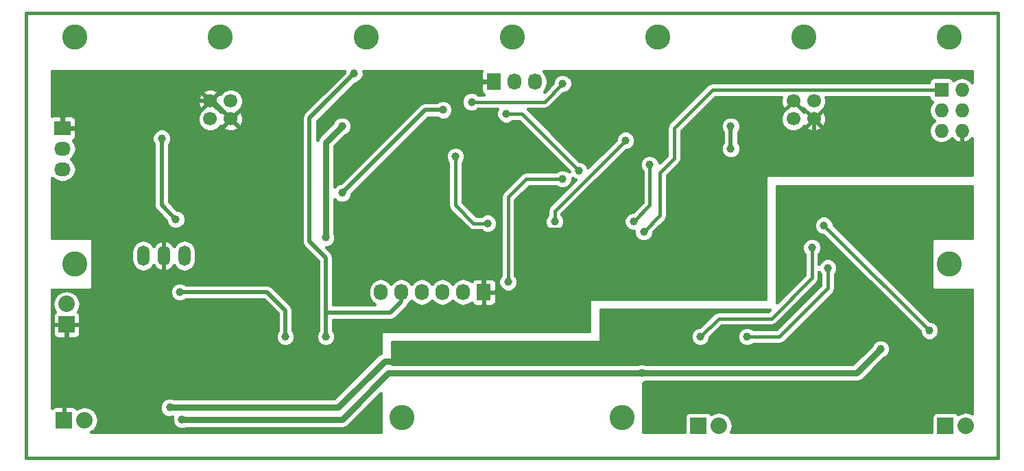
<source format=gbr>
G04 #@! TF.FileFunction,Copper,L2,Bot,Signal*
%FSLAX46Y46*%
G04 Gerber Fmt 4.6, Leading zero omitted, Abs format (unit mm)*
G04 Created by KiCad (PCBNEW 4.0.2+dfsg1-stable) date Die 18 Okt 2016 18:09:58 CEST*
%MOMM*%
G01*
G04 APERTURE LIST*
%ADD10C,0.100000*%
%ADD11R,2.032000X2.032000*%
%ADD12O,2.032000X2.032000*%
%ADD13R,1.727200X2.032000*%
%ADD14O,1.727200X2.032000*%
%ADD15R,2.032000X1.727200*%
%ADD16O,2.032000X1.727200*%
%ADD17R,1.727200X1.727200*%
%ADD18O,1.727200X1.727200*%
%ADD19O,1.501140X2.499360*%
%ADD20C,3.100000*%
%ADD21C,1.700000*%
%ADD22C,1.000000*%
%ADD23C,0.400000*%
%ADD24C,0.800000*%
%ADD25C,0.500000*%
G04 APERTURE END LIST*
D10*
D11*
X54700000Y-100300000D03*
D12*
X57240000Y-100300000D03*
D13*
X107750000Y-58500000D03*
D14*
X110290000Y-58500000D03*
X112830000Y-58500000D03*
D15*
X54500000Y-64250000D03*
D16*
X54500000Y-66790000D03*
X54500000Y-69330000D03*
D11*
X133000000Y-101000000D03*
D12*
X135540000Y-101000000D03*
D11*
X163500000Y-101000000D03*
D12*
X166040000Y-101000000D03*
D17*
X163000000Y-59500000D03*
D18*
X165540000Y-59500000D03*
X163000000Y-62040000D03*
X165540000Y-62040000D03*
X163000000Y-64580000D03*
X165540000Y-64580000D03*
D11*
X55000000Y-88500000D03*
D12*
X55000000Y-85960000D03*
D19*
X67000000Y-80000000D03*
X69540000Y-80000000D03*
X64460000Y-80000000D03*
D20*
X164000000Y-81000000D03*
X56000000Y-81000000D03*
X56000000Y-53000000D03*
X74000000Y-53000000D03*
X92000000Y-53000000D03*
X110000000Y-53000000D03*
X128000000Y-53000000D03*
X146000000Y-53000000D03*
X164000000Y-53000000D03*
D21*
X72730000Y-63105000D03*
X72730000Y-60895000D03*
X75270000Y-63105000D03*
X75270000Y-60895000D03*
X144730000Y-63105000D03*
X144730000Y-60895000D03*
X147270000Y-63105000D03*
X147270000Y-60895000D03*
D20*
X96400000Y-100000000D03*
X123600000Y-100000000D03*
D13*
X106500000Y-84500000D03*
D14*
X103960000Y-84500000D03*
X101420000Y-84500000D03*
X98880000Y-84500000D03*
X96340000Y-84500000D03*
X93800000Y-84500000D03*
D22*
X87000000Y-77750000D03*
X89000000Y-64000000D03*
X126000000Y-94500000D03*
X155500000Y-91500000D03*
X69250000Y-100250000D03*
X127000000Y-61750000D03*
X64750000Y-70750000D03*
X144000000Y-69750000D03*
X114750000Y-72250000D03*
X119250000Y-74500000D03*
X112250000Y-72250000D03*
X117000000Y-76750000D03*
X118500000Y-86250000D03*
X93000000Y-71000000D03*
X89000000Y-60750000D03*
X70750000Y-88250000D03*
X76500000Y-86500000D03*
X66750000Y-65500000D03*
X68500000Y-75500000D03*
X89000000Y-72250000D03*
X101500000Y-62000000D03*
X137000000Y-66750000D03*
X137000000Y-64000000D03*
X90500000Y-57500000D03*
X82000000Y-90000000D03*
X69000000Y-84500000D03*
X87000000Y-90000000D03*
X121500000Y-93000000D03*
X153750000Y-85500000D03*
X133500000Y-93000000D03*
X141750000Y-93000000D03*
X67750000Y-98750000D03*
X126250000Y-77000000D03*
X127000000Y-68750000D03*
X125000000Y-75750000D03*
X116250000Y-58750000D03*
X105000000Y-61000000D03*
X107000000Y-76000000D03*
X103000000Y-67750000D03*
X149000000Y-81500000D03*
X139000000Y-90000000D03*
X147000000Y-79000000D03*
X133250000Y-90000000D03*
X161500000Y-89250000D03*
X148500000Y-76250000D03*
X118250000Y-69500000D03*
X109250000Y-62500000D03*
X115250000Y-75750000D03*
X124000000Y-65750000D03*
X116250000Y-70500000D03*
X109500000Y-83250000D03*
D23*
X50000000Y-50000000D02*
X50000000Y-105000000D01*
X170000000Y-50000000D02*
X50000000Y-50000000D01*
X170000000Y-105000000D02*
X170000000Y-50000000D01*
X50000000Y-105000000D02*
X170000000Y-105000000D01*
D24*
X87000000Y-67250000D02*
X87000000Y-66250000D01*
X87000000Y-77750000D02*
X87000000Y-67250000D01*
X87000000Y-66000000D02*
X87000000Y-66250000D01*
X89000000Y-64000000D02*
X87000000Y-66000000D01*
X128750000Y-94500000D02*
X152500000Y-94500000D01*
X126000000Y-94500000D02*
X128750000Y-94500000D01*
X152500000Y-94500000D02*
X155500000Y-91500000D01*
X89000000Y-100250000D02*
X94750000Y-94500000D01*
X88750000Y-100250000D02*
X89000000Y-100250000D01*
X88750000Y-100250000D02*
X69250000Y-100250000D01*
X94750000Y-94500000D02*
X126000000Y-94500000D01*
D25*
X106500000Y-84500000D02*
X106500000Y-79500000D01*
X104000000Y-77000000D02*
X99000000Y-77000000D01*
X106500000Y-79500000D02*
X104000000Y-77000000D01*
X125250000Y-68500000D02*
X119250000Y-74500000D01*
X125250000Y-63500000D02*
X125250000Y-68500000D01*
X127000000Y-61750000D02*
X125250000Y-63500000D01*
X114500000Y-76750000D02*
X113500000Y-76750000D01*
X112250000Y-75500000D02*
X112250000Y-74500000D01*
X113500000Y-76750000D02*
X112250000Y-75500000D01*
X147270000Y-63105000D02*
X147270000Y-66480000D01*
X147270000Y-66480000D02*
X144000000Y-69750000D01*
X112250000Y-72250000D02*
X114750000Y-72250000D01*
X117000000Y-76750000D02*
X119250000Y-74500000D01*
X117000000Y-76750000D02*
X114500000Y-76750000D01*
X112250000Y-74500000D02*
X112250000Y-72250000D01*
X117500000Y-77250000D02*
X117000000Y-76750000D01*
X117500000Y-85250000D02*
X117500000Y-77250000D01*
X118500000Y-86250000D02*
X117500000Y-85250000D01*
X99000000Y-77000000D02*
X93000000Y-71000000D01*
X107750000Y-58500000D02*
X91250000Y-58500000D01*
X91250000Y-58500000D02*
X89000000Y-60750000D01*
X72730000Y-60895000D02*
X73060000Y-60895000D01*
X73060000Y-60895000D02*
X75270000Y-63105000D01*
X72730000Y-60895000D02*
X67105000Y-60895000D01*
X64750000Y-63250000D02*
X64750000Y-66500000D01*
X67105000Y-60895000D02*
X64750000Y-63250000D01*
X67000000Y-80000000D02*
X67000000Y-76750000D01*
X62500000Y-64250000D02*
X54500000Y-64250000D01*
X64750000Y-66500000D02*
X62500000Y-64250000D01*
X64750000Y-74500000D02*
X64750000Y-70750000D01*
X64750000Y-70750000D02*
X64750000Y-66500000D01*
X67000000Y-76750000D02*
X64750000Y-74500000D01*
X72500000Y-86500000D02*
X70750000Y-88250000D01*
X76500000Y-86500000D02*
X72500000Y-86500000D01*
X66750000Y-65500000D02*
X66750000Y-73750000D01*
X66750000Y-73750000D02*
X68500000Y-75500000D01*
X90250000Y-71000000D02*
X89000000Y-72250000D01*
X99250000Y-62000000D02*
X101500000Y-62000000D01*
X90250000Y-71000000D02*
X99250000Y-62000000D01*
X137000000Y-64000000D02*
X137000000Y-66750000D01*
X96340000Y-84500000D02*
X96340000Y-85660000D01*
X95000000Y-87000000D02*
X87000000Y-87000000D01*
X96340000Y-85660000D02*
X95000000Y-87000000D01*
X87000000Y-90000000D02*
X87000000Y-87000000D01*
X87000000Y-87000000D02*
X87000000Y-80250000D01*
X85000000Y-63000000D02*
X90500000Y-57500000D01*
X85000000Y-78250000D02*
X85000000Y-63000000D01*
X87000000Y-80250000D02*
X85000000Y-78250000D01*
X73500000Y-84500000D02*
X69000000Y-84500000D01*
X73500000Y-84500000D02*
X79750000Y-84500000D01*
X79750000Y-84500000D02*
X82000000Y-86750000D01*
X82000000Y-90000000D02*
X82000000Y-86750000D01*
D24*
X151000000Y-93000000D02*
X153750000Y-90250000D01*
X153750000Y-90250000D02*
X153750000Y-85500000D01*
X151000000Y-93000000D02*
X148500000Y-93000000D01*
X122500000Y-93000000D02*
X133500000Y-93000000D01*
X133500000Y-93000000D02*
X141750000Y-93000000D01*
X141750000Y-93000000D02*
X148500000Y-93000000D01*
X67750000Y-98750000D02*
X88500000Y-98750000D01*
X88500000Y-98750000D02*
X94250000Y-93000000D01*
X94250000Y-93000000D02*
X121500000Y-93000000D01*
X121500000Y-93000000D02*
X122500000Y-93000000D01*
D23*
X138500000Y-59500000D02*
X134750000Y-59500000D01*
X130000000Y-64250000D02*
X130000000Y-68000000D01*
X134750000Y-59500000D02*
X130000000Y-64250000D01*
X128250000Y-75000000D02*
X126250000Y-77000000D01*
X128250000Y-75000000D02*
X128250000Y-69750000D01*
X128250000Y-69750000D02*
X129500000Y-68500000D01*
X129500000Y-68500000D02*
X130000000Y-68000000D01*
X163000000Y-59500000D02*
X140500000Y-59500000D01*
X138500000Y-59500000D02*
X140500000Y-59500000D01*
X127000000Y-68750000D02*
X127000000Y-73750000D01*
X125000000Y-75750000D02*
X127000000Y-73750000D01*
X125000000Y-75750000D02*
X126500000Y-74250000D01*
X126000000Y-74750000D02*
X126500000Y-74250000D01*
X114000000Y-61000000D02*
X111250000Y-61000000D01*
X116250000Y-58750000D02*
X114000000Y-61000000D01*
X105000000Y-61000000D02*
X111250000Y-61000000D01*
X107000000Y-76000000D02*
X105250000Y-76000000D01*
X105250000Y-76000000D02*
X103000000Y-73750000D01*
X103000000Y-73750000D02*
X103000000Y-67750000D01*
X148250000Y-84750000D02*
X149000000Y-84000000D01*
X149000000Y-84000000D02*
X149000000Y-81500000D01*
X141500000Y-90000000D02*
X143000000Y-90000000D01*
X143000000Y-90000000D02*
X148250000Y-84750000D01*
X141500000Y-90000000D02*
X139000000Y-90000000D01*
X135500000Y-87750000D02*
X133250000Y-90000000D01*
X142000000Y-87750000D02*
X135500000Y-87750000D01*
X147000000Y-82750000D02*
X142000000Y-87750000D01*
X147000000Y-82750000D02*
X147000000Y-79000000D01*
X148500000Y-76250000D02*
X149500000Y-77250000D01*
X161500000Y-89250000D02*
X149500000Y-77250000D01*
X111250000Y-62500000D02*
X109250000Y-62500000D01*
X111250000Y-62500000D02*
X118250000Y-69500000D01*
X115250000Y-75750000D02*
X115250000Y-74500000D01*
X115250000Y-74500000D02*
X124000000Y-65750000D01*
X111750000Y-70500000D02*
X116250000Y-70500000D01*
X109500000Y-72750000D02*
X111750000Y-70500000D01*
X109500000Y-77500000D02*
X109500000Y-72750000D01*
X109500000Y-83250000D02*
X109500000Y-77500000D01*
G36*
X89292210Y-57258660D02*
X89292128Y-57353055D01*
X84322592Y-62322592D01*
X84114923Y-62633389D01*
X84042000Y-63000000D01*
X84042000Y-78250000D01*
X84114923Y-78616611D01*
X84322592Y-78927408D01*
X86042000Y-80646816D01*
X86042000Y-89249449D01*
X85976505Y-89314830D01*
X85792210Y-89758660D01*
X85791791Y-90239232D01*
X85975310Y-90683383D01*
X86314830Y-91023495D01*
X86758660Y-91207790D01*
X87239232Y-91208209D01*
X87683383Y-91024690D01*
X88023495Y-90685170D01*
X88207790Y-90241340D01*
X88208209Y-89760768D01*
X88024690Y-89316617D01*
X87958000Y-89249811D01*
X87958000Y-87958000D01*
X95000000Y-87958000D01*
X95366611Y-87885077D01*
X95677408Y-87677408D01*
X97017408Y-86337408D01*
X97225077Y-86026611D01*
X97242970Y-85936659D01*
X97451289Y-85797464D01*
X97610000Y-85559936D01*
X97768711Y-85797464D01*
X98278575Y-86138144D01*
X98880000Y-86257775D01*
X99481425Y-86138144D01*
X99991289Y-85797464D01*
X100150000Y-85559936D01*
X100308711Y-85797464D01*
X100818575Y-86138144D01*
X101420000Y-86257775D01*
X102021425Y-86138144D01*
X102531289Y-85797464D01*
X102690000Y-85559936D01*
X102848711Y-85797464D01*
X103358575Y-86138144D01*
X103960000Y-86257775D01*
X104561425Y-86138144D01*
X105005000Y-85841757D01*
X105036187Y-85917050D01*
X105235350Y-86116213D01*
X105495570Y-86224000D01*
X106269000Y-86224000D01*
X106446000Y-86047000D01*
X106446000Y-84554000D01*
X106554000Y-84554000D01*
X106554000Y-86047000D01*
X106731000Y-86224000D01*
X107504430Y-86224000D01*
X107764650Y-86116213D01*
X107963813Y-85917050D01*
X108071600Y-85656830D01*
X108071600Y-84731000D01*
X107894600Y-84554000D01*
X106554000Y-84554000D01*
X106446000Y-84554000D01*
X106426000Y-84554000D01*
X106426000Y-84446000D01*
X106446000Y-84446000D01*
X106446000Y-82953000D01*
X106554000Y-82953000D01*
X106554000Y-84446000D01*
X107894600Y-84446000D01*
X108071600Y-84269000D01*
X108071600Y-83343170D01*
X107963813Y-83082950D01*
X107764650Y-82883787D01*
X107504430Y-82776000D01*
X106731000Y-82776000D01*
X106554000Y-82953000D01*
X106446000Y-82953000D01*
X106269000Y-82776000D01*
X105495570Y-82776000D01*
X105235350Y-82883787D01*
X105036187Y-83082950D01*
X105005000Y-83158243D01*
X104561425Y-82861856D01*
X103960000Y-82742225D01*
X103358575Y-82861856D01*
X102848711Y-83202536D01*
X102690000Y-83440064D01*
X102531289Y-83202536D01*
X102021425Y-82861856D01*
X101420000Y-82742225D01*
X100818575Y-82861856D01*
X100308711Y-83202536D01*
X100150000Y-83440064D01*
X99991289Y-83202536D01*
X99481425Y-82861856D01*
X98880000Y-82742225D01*
X98278575Y-82861856D01*
X97768711Y-83202536D01*
X97610000Y-83440064D01*
X97451289Y-83202536D01*
X96941425Y-82861856D01*
X96340000Y-82742225D01*
X95738575Y-82861856D01*
X95228711Y-83202536D01*
X95070000Y-83440064D01*
X94911289Y-83202536D01*
X94401425Y-82861856D01*
X93800000Y-82742225D01*
X93198575Y-82861856D01*
X92688711Y-83202536D01*
X92348031Y-83712400D01*
X92228400Y-84313825D01*
X92228400Y-84686175D01*
X92348031Y-85287600D01*
X92688711Y-85797464D01*
X93054685Y-86042000D01*
X87958000Y-86042000D01*
X87958000Y-80250000D01*
X87885077Y-79883389D01*
X87677408Y-79572592D01*
X87062871Y-78958055D01*
X87239232Y-78958209D01*
X87683383Y-78774690D01*
X88023495Y-78435170D01*
X88207790Y-77991340D01*
X88208209Y-77510768D01*
X88108000Y-77268243D01*
X88108000Y-73066304D01*
X88314830Y-73273495D01*
X88758660Y-73457790D01*
X89239232Y-73458209D01*
X89683383Y-73274690D01*
X90023495Y-72935170D01*
X90207790Y-72491340D01*
X90207872Y-72396944D01*
X94615584Y-67989232D01*
X101791791Y-67989232D01*
X101975310Y-68433383D01*
X102092000Y-68550276D01*
X102092000Y-73750000D01*
X102161117Y-74097477D01*
X102357947Y-74392053D01*
X104607947Y-76642053D01*
X104902524Y-76838884D01*
X105250000Y-76908000D01*
X106199536Y-76908000D01*
X106314830Y-77023495D01*
X106758660Y-77207790D01*
X107239232Y-77208209D01*
X107683383Y-77024690D01*
X108023495Y-76685170D01*
X108207790Y-76241340D01*
X108208209Y-75760768D01*
X108024690Y-75316617D01*
X107685170Y-74976505D01*
X107241340Y-74792210D01*
X106760768Y-74791791D01*
X106316617Y-74975310D01*
X106199724Y-75092000D01*
X105626106Y-75092000D01*
X103908000Y-73373894D01*
X103908000Y-68550464D01*
X104023495Y-68435170D01*
X104207790Y-67991340D01*
X104208209Y-67510768D01*
X104024690Y-67066617D01*
X103685170Y-66726505D01*
X103241340Y-66542210D01*
X102760768Y-66541791D01*
X102316617Y-66725310D01*
X101976505Y-67064830D01*
X101792210Y-67508660D01*
X101791791Y-67989232D01*
X94615584Y-67989232D01*
X99646816Y-62958000D01*
X100749449Y-62958000D01*
X100814830Y-63023495D01*
X101258660Y-63207790D01*
X101739232Y-63208209D01*
X102183383Y-63024690D01*
X102523495Y-62685170D01*
X102707790Y-62241340D01*
X102708209Y-61760768D01*
X102524690Y-61316617D01*
X102185170Y-60976505D01*
X101741340Y-60792210D01*
X101260768Y-60791791D01*
X100816617Y-60975310D01*
X100749811Y-61042000D01*
X99250000Y-61042000D01*
X98883389Y-61114923D01*
X98572592Y-61322592D01*
X88853312Y-71041872D01*
X88760768Y-71041791D01*
X88316617Y-71225310D01*
X88108000Y-71433564D01*
X88108000Y-66458948D01*
X89442888Y-65124060D01*
X89683383Y-65024690D01*
X90023495Y-64685170D01*
X90207790Y-64241340D01*
X90208209Y-63760768D01*
X90024690Y-63316617D01*
X89685170Y-62976505D01*
X89241340Y-62792210D01*
X88760768Y-62791791D01*
X88316617Y-62975310D01*
X87976505Y-63314830D01*
X87875872Y-63557180D01*
X86216526Y-65216526D01*
X85976341Y-65575986D01*
X85976341Y-65575987D01*
X85958000Y-65668194D01*
X85958000Y-63396816D01*
X90646689Y-58708128D01*
X90739232Y-58708209D01*
X91183383Y-58524690D01*
X91523495Y-58185170D01*
X91707790Y-57741340D01*
X91708209Y-57260768D01*
X91683100Y-57200000D01*
X106237703Y-57200000D01*
X106178400Y-57343170D01*
X106178400Y-58269000D01*
X106355400Y-58446000D01*
X107696000Y-58446000D01*
X107696000Y-58426000D01*
X107804000Y-58426000D01*
X107804000Y-58446000D01*
X107824000Y-58446000D01*
X107824000Y-58554000D01*
X107804000Y-58554000D01*
X107804000Y-58574000D01*
X107696000Y-58574000D01*
X107696000Y-58554000D01*
X106355400Y-58554000D01*
X106178400Y-58731000D01*
X106178400Y-59656830D01*
X106286187Y-59917050D01*
X106461137Y-60092000D01*
X105800464Y-60092000D01*
X105685170Y-59976505D01*
X105241340Y-59792210D01*
X104760768Y-59791791D01*
X104316617Y-59975310D01*
X103976505Y-60314830D01*
X103792210Y-60758660D01*
X103791791Y-61239232D01*
X103975310Y-61683383D01*
X104314830Y-62023495D01*
X104758660Y-62207790D01*
X105239232Y-62208209D01*
X105683383Y-62024690D01*
X105800276Y-61908000D01*
X108187817Y-61908000D01*
X108042210Y-62258660D01*
X108041791Y-62739232D01*
X108225310Y-63183383D01*
X108564830Y-63523495D01*
X109008660Y-63707790D01*
X109489232Y-63708209D01*
X109933383Y-63524690D01*
X110050276Y-63408000D01*
X110873894Y-63408000D01*
X117041933Y-69576039D01*
X117041927Y-69583448D01*
X116935170Y-69476505D01*
X116491340Y-69292210D01*
X116010768Y-69291791D01*
X115566617Y-69475310D01*
X115449724Y-69592000D01*
X111750000Y-69592000D01*
X111402524Y-69661116D01*
X111107947Y-69857947D01*
X108857947Y-72107947D01*
X108661117Y-72402523D01*
X108592000Y-72750000D01*
X108592000Y-82449536D01*
X108476505Y-82564830D01*
X108292210Y-83008660D01*
X108291791Y-83489232D01*
X108475310Y-83933383D01*
X108814830Y-84273495D01*
X109258660Y-84457790D01*
X109739232Y-84458209D01*
X110183383Y-84274690D01*
X110523495Y-83935170D01*
X110707790Y-83491340D01*
X110708209Y-83010768D01*
X110524690Y-82566617D01*
X110408000Y-82449724D01*
X110408000Y-73126106D01*
X112126106Y-71408000D01*
X115449536Y-71408000D01*
X115564830Y-71523495D01*
X116008660Y-71707790D01*
X116489232Y-71708209D01*
X116933383Y-71524690D01*
X117273495Y-71185170D01*
X117457790Y-70741340D01*
X117458073Y-70416552D01*
X117564830Y-70523495D01*
X117831618Y-70634276D01*
X114607947Y-73857947D01*
X114411117Y-74152523D01*
X114342000Y-74500000D01*
X114342000Y-74949536D01*
X114226505Y-75064830D01*
X114042210Y-75508660D01*
X114041791Y-75989232D01*
X114225310Y-76433383D01*
X114564830Y-76773495D01*
X115008660Y-76957790D01*
X115489232Y-76958209D01*
X115933383Y-76774690D01*
X116273495Y-76435170D01*
X116457790Y-75991340D01*
X116458209Y-75510768D01*
X116274690Y-75066617D01*
X116158000Y-74949724D01*
X116158000Y-74876106D01*
X124076039Y-66958067D01*
X124239232Y-66958209D01*
X124683383Y-66774690D01*
X125023495Y-66435170D01*
X125207790Y-65991340D01*
X125208209Y-65510768D01*
X125024690Y-65066617D01*
X124685170Y-64726505D01*
X124241340Y-64542210D01*
X123760768Y-64541791D01*
X123316617Y-64725310D01*
X122976505Y-65064830D01*
X122792210Y-65508660D01*
X122792066Y-65673828D01*
X119384212Y-69081682D01*
X119274690Y-68816617D01*
X118935170Y-68476505D01*
X118491340Y-68292210D01*
X118326172Y-68292066D01*
X111942106Y-61908000D01*
X114000000Y-61908000D01*
X114347477Y-61838883D01*
X114642053Y-61642053D01*
X116326039Y-59958067D01*
X116489232Y-59958209D01*
X116933383Y-59774690D01*
X117273495Y-59435170D01*
X117457790Y-58991340D01*
X117458209Y-58510768D01*
X117274690Y-58066617D01*
X116935170Y-57726505D01*
X116491340Y-57542210D01*
X116010768Y-57541791D01*
X115566617Y-57725310D01*
X115226505Y-58064830D01*
X115042210Y-58508660D01*
X115042066Y-58673828D01*
X113987319Y-59728575D01*
X114281969Y-59287600D01*
X114401600Y-58686175D01*
X114401600Y-58313825D01*
X114281969Y-57712400D01*
X113941289Y-57202536D01*
X113937494Y-57200000D01*
X166800000Y-57200000D01*
X166800000Y-58565194D01*
X166682078Y-58388711D01*
X166172214Y-58048031D01*
X165570789Y-57928400D01*
X165509211Y-57928400D01*
X164907786Y-58048031D01*
X164501160Y-58319730D01*
X164381042Y-58133061D01*
X164144448Y-57971403D01*
X163863600Y-57914530D01*
X162136400Y-57914530D01*
X161874031Y-57963898D01*
X161633061Y-58118958D01*
X161471403Y-58355552D01*
X161423521Y-58592000D01*
X134750000Y-58592000D01*
X134402523Y-58661117D01*
X134107947Y-58857947D01*
X129357947Y-63607947D01*
X129161117Y-63902523D01*
X129092000Y-64250000D01*
X129092000Y-67623894D01*
X128207308Y-68508586D01*
X128024690Y-68066617D01*
X127685170Y-67726505D01*
X127241340Y-67542210D01*
X126760768Y-67541791D01*
X126316617Y-67725310D01*
X125976505Y-68064830D01*
X125792210Y-68508660D01*
X125791791Y-68989232D01*
X125975310Y-69433383D01*
X126092000Y-69550276D01*
X126092000Y-73373894D01*
X124923961Y-74541933D01*
X124760768Y-74541791D01*
X124316617Y-74725310D01*
X123976505Y-75064830D01*
X123792210Y-75508660D01*
X123791791Y-75989232D01*
X123975310Y-76433383D01*
X124314830Y-76773495D01*
X124758660Y-76957790D01*
X125042036Y-76958037D01*
X125041791Y-77239232D01*
X125225310Y-77683383D01*
X125564830Y-78023495D01*
X126008660Y-78207790D01*
X126489232Y-78208209D01*
X126933383Y-78024690D01*
X127273495Y-77685170D01*
X127457790Y-77241340D01*
X127457934Y-77076172D01*
X128892053Y-75642053D01*
X129088883Y-75347477D01*
X129158000Y-75000000D01*
X129158000Y-70126106D01*
X130642053Y-68642053D01*
X130729775Y-68510768D01*
X130838883Y-68347477D01*
X130908000Y-68000000D01*
X130908000Y-64626106D01*
X131294874Y-64239232D01*
X135791791Y-64239232D01*
X135975310Y-64683383D01*
X136042000Y-64750189D01*
X136042000Y-65999449D01*
X135976505Y-66064830D01*
X135792210Y-66508660D01*
X135791791Y-66989232D01*
X135975310Y-67433383D01*
X136314830Y-67773495D01*
X136758660Y-67957790D01*
X137239232Y-67958209D01*
X137683383Y-67774690D01*
X138023495Y-67435170D01*
X138207790Y-66991340D01*
X138208209Y-66510768D01*
X138024690Y-66066617D01*
X137958000Y-65999811D01*
X137958000Y-64750551D01*
X138023495Y-64685170D01*
X138207790Y-64241340D01*
X138208209Y-63760768D01*
X138064741Y-63413546D01*
X143171730Y-63413546D01*
X143408422Y-63986383D01*
X143846312Y-64425038D01*
X144418735Y-64662729D01*
X145038546Y-64663270D01*
X145611383Y-64426578D01*
X145897909Y-64140551D01*
X146310817Y-64140551D01*
X146380516Y-64421139D01*
X146951888Y-64661345D01*
X147571691Y-64664611D01*
X148145564Y-64430441D01*
X148159484Y-64421139D01*
X148229183Y-64140551D01*
X147270000Y-63181368D01*
X146310817Y-64140551D01*
X145897909Y-64140551D01*
X146026225Y-64012459D01*
X146234449Y-64064183D01*
X147193632Y-63105000D01*
X147346368Y-63105000D01*
X148305551Y-64064183D01*
X148586139Y-63994484D01*
X148826345Y-63423112D01*
X148829611Y-62803309D01*
X148595441Y-62229436D01*
X148586139Y-62215516D01*
X148305551Y-62145817D01*
X147346368Y-63105000D01*
X147193632Y-63105000D01*
X146234449Y-62145817D01*
X146025682Y-62197675D01*
X145613688Y-61784962D01*
X145493821Y-61735189D01*
X144730000Y-60971368D01*
X143966763Y-61734605D01*
X143848617Y-61783422D01*
X143409962Y-62221312D01*
X143172271Y-62793735D01*
X143171730Y-63413546D01*
X138064741Y-63413546D01*
X138024690Y-63316617D01*
X137685170Y-62976505D01*
X137241340Y-62792210D01*
X136760768Y-62791791D01*
X136316617Y-62975310D01*
X135976505Y-63314830D01*
X135792210Y-63758660D01*
X135791791Y-64239232D01*
X131294874Y-64239232D01*
X135126106Y-60408000D01*
X143244656Y-60408000D01*
X143173655Y-60576888D01*
X143170389Y-61196691D01*
X143404559Y-61770564D01*
X143413861Y-61784484D01*
X143694449Y-61854183D01*
X144653632Y-60895000D01*
X144639490Y-60880858D01*
X144715858Y-60804490D01*
X144730000Y-60818632D01*
X144744142Y-60804490D01*
X144820510Y-60880858D01*
X144806368Y-60895000D01*
X145765551Y-61854183D01*
X145974318Y-61802325D01*
X146386312Y-62215038D01*
X146506179Y-62264811D01*
X147270000Y-63028632D01*
X148033237Y-62265395D01*
X148151383Y-62216578D01*
X148590038Y-61778688D01*
X148827729Y-61206265D01*
X148828270Y-60586454D01*
X148754534Y-60408000D01*
X161422884Y-60408000D01*
X161463898Y-60625969D01*
X161618958Y-60866939D01*
X161811357Y-60998400D01*
X161517242Y-61438575D01*
X161397611Y-62040000D01*
X161517242Y-62641425D01*
X161857922Y-63151289D01*
X162095450Y-63310000D01*
X161857922Y-63468711D01*
X161517242Y-63978575D01*
X161397611Y-64580000D01*
X161517242Y-65181425D01*
X161857922Y-65691289D01*
X162367786Y-66031969D01*
X162969211Y-66151600D01*
X163030789Y-66151600D01*
X163632214Y-66031969D01*
X164142078Y-65691289D01*
X164273288Y-65494919D01*
X164673281Y-65891007D01*
X165240957Y-66122891D01*
X165486000Y-65973676D01*
X165486000Y-64634000D01*
X165466000Y-64634000D01*
X165466000Y-64526000D01*
X165486000Y-64526000D01*
X165486000Y-64506000D01*
X165594000Y-64506000D01*
X165594000Y-64526000D01*
X165614000Y-64526000D01*
X165614000Y-64634000D01*
X165594000Y-64634000D01*
X165594000Y-65973676D01*
X165839043Y-66122891D01*
X166406719Y-65891007D01*
X166800000Y-65501565D01*
X166800000Y-70050000D01*
X141500000Y-70050000D01*
X141422189Y-70065757D01*
X141356638Y-70110546D01*
X141313678Y-70177309D01*
X141300000Y-70250000D01*
X141300000Y-85300000D01*
X119750000Y-85300000D01*
X119672189Y-85315757D01*
X119606638Y-85360546D01*
X119563678Y-85427309D01*
X119550000Y-85500000D01*
X119550000Y-89300000D01*
X94000000Y-89300000D01*
X93922189Y-89315757D01*
X93856638Y-89360546D01*
X93813678Y-89427309D01*
X93800000Y-89500000D01*
X93800000Y-91993704D01*
X93466526Y-92216526D01*
X88041052Y-97642000D01*
X68231660Y-97642000D01*
X67991340Y-97542210D01*
X67510768Y-97541791D01*
X67066617Y-97725310D01*
X66726505Y-98064830D01*
X66542210Y-98508660D01*
X66541791Y-98989232D01*
X66725310Y-99433383D01*
X67064830Y-99773495D01*
X67508660Y-99957790D01*
X67989232Y-99958209D01*
X68078470Y-99921337D01*
X68042210Y-100008660D01*
X68041791Y-100489232D01*
X68225310Y-100933383D01*
X68564830Y-101273495D01*
X69008660Y-101457790D01*
X69489232Y-101458209D01*
X69731757Y-101358000D01*
X89000000Y-101358000D01*
X89424014Y-101273659D01*
X89783474Y-101033474D01*
X93800000Y-97016948D01*
X93800000Y-101800000D01*
X58089131Y-101800000D01*
X58459052Y-101552827D01*
X58832768Y-100993521D01*
X58964000Y-100333775D01*
X58964000Y-100266225D01*
X58832768Y-99606479D01*
X58459052Y-99047173D01*
X57899746Y-98673457D01*
X57240000Y-98542225D01*
X56580254Y-98673457D01*
X56296391Y-98863128D01*
X56117050Y-98683787D01*
X55856830Y-98576000D01*
X54931000Y-98576000D01*
X54754000Y-98753000D01*
X54754000Y-100246000D01*
X54774000Y-100246000D01*
X54774000Y-100354000D01*
X54754000Y-100354000D01*
X54754000Y-100374000D01*
X54646000Y-100374000D01*
X54646000Y-100354000D01*
X54626000Y-100354000D01*
X54626000Y-100246000D01*
X54646000Y-100246000D01*
X54646000Y-98753000D01*
X54469000Y-98576000D01*
X53543170Y-98576000D01*
X53282950Y-98683787D01*
X53200000Y-98766737D01*
X53200000Y-88731000D01*
X53276000Y-88731000D01*
X53276000Y-89656830D01*
X53383787Y-89917050D01*
X53582950Y-90116213D01*
X53843170Y-90224000D01*
X54769000Y-90224000D01*
X54946000Y-90047000D01*
X54946000Y-88554000D01*
X55054000Y-88554000D01*
X55054000Y-90047000D01*
X55231000Y-90224000D01*
X56156830Y-90224000D01*
X56417050Y-90116213D01*
X56616213Y-89917050D01*
X56724000Y-89656830D01*
X56724000Y-88731000D01*
X56547000Y-88554000D01*
X55054000Y-88554000D01*
X54946000Y-88554000D01*
X53453000Y-88554000D01*
X53276000Y-88731000D01*
X53200000Y-88731000D01*
X53200000Y-85960000D01*
X53242225Y-85960000D01*
X53373457Y-86619746D01*
X53563128Y-86903609D01*
X53383787Y-87082950D01*
X53276000Y-87343170D01*
X53276000Y-88269000D01*
X53453000Y-88446000D01*
X54946000Y-88446000D01*
X54946000Y-88426000D01*
X55054000Y-88426000D01*
X55054000Y-88446000D01*
X56547000Y-88446000D01*
X56724000Y-88269000D01*
X56724000Y-87343170D01*
X56616213Y-87082950D01*
X56436872Y-86903609D01*
X56626543Y-86619746D01*
X56757775Y-85960000D01*
X56626543Y-85300254D01*
X56252827Y-84740948D01*
X56250259Y-84739232D01*
X67791791Y-84739232D01*
X67975310Y-85183383D01*
X68314830Y-85523495D01*
X68758660Y-85707790D01*
X69239232Y-85708209D01*
X69683383Y-85524690D01*
X69750189Y-85458000D01*
X79353184Y-85458000D01*
X81042000Y-87146817D01*
X81042000Y-89249449D01*
X80976505Y-89314830D01*
X80792210Y-89758660D01*
X80791791Y-90239232D01*
X80975310Y-90683383D01*
X81314830Y-91023495D01*
X81758660Y-91207790D01*
X82239232Y-91208209D01*
X82683383Y-91024690D01*
X83023495Y-90685170D01*
X83207790Y-90241340D01*
X83208209Y-89760768D01*
X83024690Y-89316617D01*
X82958000Y-89249811D01*
X82958000Y-86750000D01*
X82885077Y-86383389D01*
X82721209Y-86138144D01*
X82677409Y-86072592D01*
X80427408Y-83822592D01*
X80116611Y-83614923D01*
X79750000Y-83542000D01*
X69750551Y-83542000D01*
X69685170Y-83476505D01*
X69241340Y-83292210D01*
X68760768Y-83291791D01*
X68316617Y-83475310D01*
X67976505Y-83814830D01*
X67792210Y-84258660D01*
X67791791Y-84739232D01*
X56250259Y-84739232D01*
X55693521Y-84367232D01*
X55033775Y-84236000D01*
X54966225Y-84236000D01*
X54306479Y-84367232D01*
X53747173Y-84740948D01*
X53373457Y-85300254D01*
X53242225Y-85960000D01*
X53200000Y-85960000D01*
X53200000Y-84200000D01*
X58000000Y-84200000D01*
X58077811Y-84184243D01*
X58143362Y-84139454D01*
X58186322Y-84072691D01*
X58200000Y-84000000D01*
X58200000Y-81589847D01*
X58257607Y-81451114D01*
X58258391Y-80552826D01*
X58200000Y-80411509D01*
X58200000Y-79462537D01*
X63001430Y-79462537D01*
X63001430Y-80537463D01*
X63112457Y-81095634D01*
X63428635Y-81568828D01*
X63901829Y-81885006D01*
X64460000Y-81996033D01*
X65018171Y-81885006D01*
X65491365Y-81568828D01*
X65738979Y-81198247D01*
X66006819Y-81568658D01*
X66491719Y-81867317D01*
X66718651Y-81930287D01*
X66946000Y-81779542D01*
X66946000Y-80054000D01*
X66926000Y-80054000D01*
X66926000Y-79946000D01*
X66946000Y-79946000D01*
X66946000Y-78220458D01*
X67054000Y-78220458D01*
X67054000Y-79946000D01*
X67074000Y-79946000D01*
X67074000Y-80054000D01*
X67054000Y-80054000D01*
X67054000Y-81779542D01*
X67281349Y-81930287D01*
X67508281Y-81867317D01*
X67993181Y-81568658D01*
X68261021Y-81198247D01*
X68508635Y-81568828D01*
X68981829Y-81885006D01*
X69540000Y-81996033D01*
X70098171Y-81885006D01*
X70571365Y-81568828D01*
X70887543Y-81095634D01*
X70998570Y-80537463D01*
X70998570Y-79462537D01*
X70887543Y-78904366D01*
X70571365Y-78431172D01*
X70098171Y-78114994D01*
X69540000Y-78003967D01*
X68981829Y-78114994D01*
X68508635Y-78431172D01*
X68261021Y-78801753D01*
X67993181Y-78431342D01*
X67508281Y-78132683D01*
X67281349Y-78069713D01*
X67054000Y-78220458D01*
X66946000Y-78220458D01*
X66718651Y-78069713D01*
X66491719Y-78132683D01*
X66006819Y-78431342D01*
X65738979Y-78801753D01*
X65491365Y-78431172D01*
X65018171Y-78114994D01*
X64460000Y-78003967D01*
X63901829Y-78114994D01*
X63428635Y-78431172D01*
X63112457Y-78904366D01*
X63001430Y-79462537D01*
X58200000Y-79462537D01*
X58200000Y-78000000D01*
X58184243Y-77922189D01*
X58139454Y-77856638D01*
X58072691Y-77813678D01*
X58000000Y-77800000D01*
X53200000Y-77800000D01*
X53200000Y-70437494D01*
X53202536Y-70441289D01*
X53712400Y-70781969D01*
X54313825Y-70901600D01*
X54686175Y-70901600D01*
X55287600Y-70781969D01*
X55797464Y-70441289D01*
X56138144Y-69931425D01*
X56257775Y-69330000D01*
X56138144Y-68728575D01*
X55797464Y-68218711D01*
X55559936Y-68060000D01*
X55797464Y-67901289D01*
X56138144Y-67391425D01*
X56257775Y-66790000D01*
X56138144Y-66188575D01*
X55841757Y-65745000D01*
X55855682Y-65739232D01*
X65541791Y-65739232D01*
X65725310Y-66183383D01*
X65792000Y-66250189D01*
X65792000Y-73750000D01*
X65864923Y-74116611D01*
X66072592Y-74427408D01*
X67291872Y-75646688D01*
X67291791Y-75739232D01*
X67475310Y-76183383D01*
X67814830Y-76523495D01*
X68258660Y-76707790D01*
X68739232Y-76708209D01*
X69183383Y-76524690D01*
X69523495Y-76185170D01*
X69707790Y-75741340D01*
X69708209Y-75260768D01*
X69524690Y-74816617D01*
X69185170Y-74476505D01*
X68741340Y-74292210D01*
X68646944Y-74292128D01*
X67708000Y-73353184D01*
X67708000Y-66250551D01*
X67773495Y-66185170D01*
X67957790Y-65741340D01*
X67958209Y-65260768D01*
X67774690Y-64816617D01*
X67435170Y-64476505D01*
X66991340Y-64292210D01*
X66510768Y-64291791D01*
X66066617Y-64475310D01*
X65726505Y-64814830D01*
X65542210Y-65258660D01*
X65541791Y-65739232D01*
X55855682Y-65739232D01*
X55917050Y-65713813D01*
X56116213Y-65514650D01*
X56224000Y-65254430D01*
X56224000Y-64481000D01*
X56047000Y-64304000D01*
X54554000Y-64304000D01*
X54554000Y-64324000D01*
X54446000Y-64324000D01*
X54446000Y-64304000D01*
X54426000Y-64304000D01*
X54426000Y-64196000D01*
X54446000Y-64196000D01*
X54446000Y-62855400D01*
X54554000Y-62855400D01*
X54554000Y-64196000D01*
X56047000Y-64196000D01*
X56224000Y-64019000D01*
X56224000Y-63413546D01*
X71171730Y-63413546D01*
X71408422Y-63986383D01*
X71846312Y-64425038D01*
X72418735Y-64662729D01*
X73038546Y-64663270D01*
X73611383Y-64426578D01*
X73897909Y-64140551D01*
X74310817Y-64140551D01*
X74380516Y-64421139D01*
X74951888Y-64661345D01*
X75571691Y-64664611D01*
X76145564Y-64430441D01*
X76159484Y-64421139D01*
X76229183Y-64140551D01*
X75270000Y-63181368D01*
X74310817Y-64140551D01*
X73897909Y-64140551D01*
X74026225Y-64012459D01*
X74234449Y-64064183D01*
X75193632Y-63105000D01*
X75346368Y-63105000D01*
X76305551Y-64064183D01*
X76586139Y-63994484D01*
X76826345Y-63423112D01*
X76829611Y-62803309D01*
X76595441Y-62229436D01*
X76586139Y-62215516D01*
X76305551Y-62145817D01*
X75346368Y-63105000D01*
X75193632Y-63105000D01*
X74234449Y-62145817D01*
X74025682Y-62197675D01*
X73613688Y-61784962D01*
X73493821Y-61735189D01*
X72730000Y-60971368D01*
X71966763Y-61734605D01*
X71848617Y-61783422D01*
X71409962Y-62221312D01*
X71172271Y-62793735D01*
X71171730Y-63413546D01*
X56224000Y-63413546D01*
X56224000Y-63245570D01*
X56116213Y-62985350D01*
X55917050Y-62786187D01*
X55656830Y-62678400D01*
X54731000Y-62678400D01*
X54554000Y-62855400D01*
X54446000Y-62855400D01*
X54269000Y-62678400D01*
X53343170Y-62678400D01*
X53200000Y-62737703D01*
X53200000Y-61196691D01*
X71170389Y-61196691D01*
X71404559Y-61770564D01*
X71413861Y-61784484D01*
X71694449Y-61854183D01*
X72653632Y-60895000D01*
X72806368Y-60895000D01*
X73765551Y-61854183D01*
X73974318Y-61802325D01*
X74386312Y-62215038D01*
X74506179Y-62264811D01*
X75270000Y-63028632D01*
X76033237Y-62265395D01*
X76151383Y-62216578D01*
X76590038Y-61778688D01*
X76827729Y-61206265D01*
X76828270Y-60586454D01*
X76591578Y-60013617D01*
X76153688Y-59574962D01*
X75581265Y-59337271D01*
X74961454Y-59336730D01*
X74388617Y-59573422D01*
X73973775Y-59987541D01*
X73765551Y-59935817D01*
X72806368Y-60895000D01*
X72653632Y-60895000D01*
X71694449Y-59935817D01*
X71413861Y-60005516D01*
X71173655Y-60576888D01*
X71170389Y-61196691D01*
X53200000Y-61196691D01*
X53200000Y-59859449D01*
X71770817Y-59859449D01*
X72730000Y-60818632D01*
X73689183Y-59859449D01*
X73619484Y-59578861D01*
X73048112Y-59338655D01*
X72428309Y-59335389D01*
X71854436Y-59569559D01*
X71840516Y-59578861D01*
X71770817Y-59859449D01*
X53200000Y-59859449D01*
X53200000Y-57200000D01*
X89316568Y-57200000D01*
X89292210Y-57258660D01*
X89292210Y-57258660D01*
G37*
X89292210Y-57258660D02*
X89292128Y-57353055D01*
X84322592Y-62322592D01*
X84114923Y-62633389D01*
X84042000Y-63000000D01*
X84042000Y-78250000D01*
X84114923Y-78616611D01*
X84322592Y-78927408D01*
X86042000Y-80646816D01*
X86042000Y-89249449D01*
X85976505Y-89314830D01*
X85792210Y-89758660D01*
X85791791Y-90239232D01*
X85975310Y-90683383D01*
X86314830Y-91023495D01*
X86758660Y-91207790D01*
X87239232Y-91208209D01*
X87683383Y-91024690D01*
X88023495Y-90685170D01*
X88207790Y-90241340D01*
X88208209Y-89760768D01*
X88024690Y-89316617D01*
X87958000Y-89249811D01*
X87958000Y-87958000D01*
X95000000Y-87958000D01*
X95366611Y-87885077D01*
X95677408Y-87677408D01*
X97017408Y-86337408D01*
X97225077Y-86026611D01*
X97242970Y-85936659D01*
X97451289Y-85797464D01*
X97610000Y-85559936D01*
X97768711Y-85797464D01*
X98278575Y-86138144D01*
X98880000Y-86257775D01*
X99481425Y-86138144D01*
X99991289Y-85797464D01*
X100150000Y-85559936D01*
X100308711Y-85797464D01*
X100818575Y-86138144D01*
X101420000Y-86257775D01*
X102021425Y-86138144D01*
X102531289Y-85797464D01*
X102690000Y-85559936D01*
X102848711Y-85797464D01*
X103358575Y-86138144D01*
X103960000Y-86257775D01*
X104561425Y-86138144D01*
X105005000Y-85841757D01*
X105036187Y-85917050D01*
X105235350Y-86116213D01*
X105495570Y-86224000D01*
X106269000Y-86224000D01*
X106446000Y-86047000D01*
X106446000Y-84554000D01*
X106554000Y-84554000D01*
X106554000Y-86047000D01*
X106731000Y-86224000D01*
X107504430Y-86224000D01*
X107764650Y-86116213D01*
X107963813Y-85917050D01*
X108071600Y-85656830D01*
X108071600Y-84731000D01*
X107894600Y-84554000D01*
X106554000Y-84554000D01*
X106446000Y-84554000D01*
X106426000Y-84554000D01*
X106426000Y-84446000D01*
X106446000Y-84446000D01*
X106446000Y-82953000D01*
X106554000Y-82953000D01*
X106554000Y-84446000D01*
X107894600Y-84446000D01*
X108071600Y-84269000D01*
X108071600Y-83343170D01*
X107963813Y-83082950D01*
X107764650Y-82883787D01*
X107504430Y-82776000D01*
X106731000Y-82776000D01*
X106554000Y-82953000D01*
X106446000Y-82953000D01*
X106269000Y-82776000D01*
X105495570Y-82776000D01*
X105235350Y-82883787D01*
X105036187Y-83082950D01*
X105005000Y-83158243D01*
X104561425Y-82861856D01*
X103960000Y-82742225D01*
X103358575Y-82861856D01*
X102848711Y-83202536D01*
X102690000Y-83440064D01*
X102531289Y-83202536D01*
X102021425Y-82861856D01*
X101420000Y-82742225D01*
X100818575Y-82861856D01*
X100308711Y-83202536D01*
X100150000Y-83440064D01*
X99991289Y-83202536D01*
X99481425Y-82861856D01*
X98880000Y-82742225D01*
X98278575Y-82861856D01*
X97768711Y-83202536D01*
X97610000Y-83440064D01*
X97451289Y-83202536D01*
X96941425Y-82861856D01*
X96340000Y-82742225D01*
X95738575Y-82861856D01*
X95228711Y-83202536D01*
X95070000Y-83440064D01*
X94911289Y-83202536D01*
X94401425Y-82861856D01*
X93800000Y-82742225D01*
X93198575Y-82861856D01*
X92688711Y-83202536D01*
X92348031Y-83712400D01*
X92228400Y-84313825D01*
X92228400Y-84686175D01*
X92348031Y-85287600D01*
X92688711Y-85797464D01*
X93054685Y-86042000D01*
X87958000Y-86042000D01*
X87958000Y-80250000D01*
X87885077Y-79883389D01*
X87677408Y-79572592D01*
X87062871Y-78958055D01*
X87239232Y-78958209D01*
X87683383Y-78774690D01*
X88023495Y-78435170D01*
X88207790Y-77991340D01*
X88208209Y-77510768D01*
X88108000Y-77268243D01*
X88108000Y-73066304D01*
X88314830Y-73273495D01*
X88758660Y-73457790D01*
X89239232Y-73458209D01*
X89683383Y-73274690D01*
X90023495Y-72935170D01*
X90207790Y-72491340D01*
X90207872Y-72396944D01*
X94615584Y-67989232D01*
X101791791Y-67989232D01*
X101975310Y-68433383D01*
X102092000Y-68550276D01*
X102092000Y-73750000D01*
X102161117Y-74097477D01*
X102357947Y-74392053D01*
X104607947Y-76642053D01*
X104902524Y-76838884D01*
X105250000Y-76908000D01*
X106199536Y-76908000D01*
X106314830Y-77023495D01*
X106758660Y-77207790D01*
X107239232Y-77208209D01*
X107683383Y-77024690D01*
X108023495Y-76685170D01*
X108207790Y-76241340D01*
X108208209Y-75760768D01*
X108024690Y-75316617D01*
X107685170Y-74976505D01*
X107241340Y-74792210D01*
X106760768Y-74791791D01*
X106316617Y-74975310D01*
X106199724Y-75092000D01*
X105626106Y-75092000D01*
X103908000Y-73373894D01*
X103908000Y-68550464D01*
X104023495Y-68435170D01*
X104207790Y-67991340D01*
X104208209Y-67510768D01*
X104024690Y-67066617D01*
X103685170Y-66726505D01*
X103241340Y-66542210D01*
X102760768Y-66541791D01*
X102316617Y-66725310D01*
X101976505Y-67064830D01*
X101792210Y-67508660D01*
X101791791Y-67989232D01*
X94615584Y-67989232D01*
X99646816Y-62958000D01*
X100749449Y-62958000D01*
X100814830Y-63023495D01*
X101258660Y-63207790D01*
X101739232Y-63208209D01*
X102183383Y-63024690D01*
X102523495Y-62685170D01*
X102707790Y-62241340D01*
X102708209Y-61760768D01*
X102524690Y-61316617D01*
X102185170Y-60976505D01*
X101741340Y-60792210D01*
X101260768Y-60791791D01*
X100816617Y-60975310D01*
X100749811Y-61042000D01*
X99250000Y-61042000D01*
X98883389Y-61114923D01*
X98572592Y-61322592D01*
X88853312Y-71041872D01*
X88760768Y-71041791D01*
X88316617Y-71225310D01*
X88108000Y-71433564D01*
X88108000Y-66458948D01*
X89442888Y-65124060D01*
X89683383Y-65024690D01*
X90023495Y-64685170D01*
X90207790Y-64241340D01*
X90208209Y-63760768D01*
X90024690Y-63316617D01*
X89685170Y-62976505D01*
X89241340Y-62792210D01*
X88760768Y-62791791D01*
X88316617Y-62975310D01*
X87976505Y-63314830D01*
X87875872Y-63557180D01*
X86216526Y-65216526D01*
X85976341Y-65575986D01*
X85976341Y-65575987D01*
X85958000Y-65668194D01*
X85958000Y-63396816D01*
X90646689Y-58708128D01*
X90739232Y-58708209D01*
X91183383Y-58524690D01*
X91523495Y-58185170D01*
X91707790Y-57741340D01*
X91708209Y-57260768D01*
X91683100Y-57200000D01*
X106237703Y-57200000D01*
X106178400Y-57343170D01*
X106178400Y-58269000D01*
X106355400Y-58446000D01*
X107696000Y-58446000D01*
X107696000Y-58426000D01*
X107804000Y-58426000D01*
X107804000Y-58446000D01*
X107824000Y-58446000D01*
X107824000Y-58554000D01*
X107804000Y-58554000D01*
X107804000Y-58574000D01*
X107696000Y-58574000D01*
X107696000Y-58554000D01*
X106355400Y-58554000D01*
X106178400Y-58731000D01*
X106178400Y-59656830D01*
X106286187Y-59917050D01*
X106461137Y-60092000D01*
X105800464Y-60092000D01*
X105685170Y-59976505D01*
X105241340Y-59792210D01*
X104760768Y-59791791D01*
X104316617Y-59975310D01*
X103976505Y-60314830D01*
X103792210Y-60758660D01*
X103791791Y-61239232D01*
X103975310Y-61683383D01*
X104314830Y-62023495D01*
X104758660Y-62207790D01*
X105239232Y-62208209D01*
X105683383Y-62024690D01*
X105800276Y-61908000D01*
X108187817Y-61908000D01*
X108042210Y-62258660D01*
X108041791Y-62739232D01*
X108225310Y-63183383D01*
X108564830Y-63523495D01*
X109008660Y-63707790D01*
X109489232Y-63708209D01*
X109933383Y-63524690D01*
X110050276Y-63408000D01*
X110873894Y-63408000D01*
X117041933Y-69576039D01*
X117041927Y-69583448D01*
X116935170Y-69476505D01*
X116491340Y-69292210D01*
X116010768Y-69291791D01*
X115566617Y-69475310D01*
X115449724Y-69592000D01*
X111750000Y-69592000D01*
X111402524Y-69661116D01*
X111107947Y-69857947D01*
X108857947Y-72107947D01*
X108661117Y-72402523D01*
X108592000Y-72750000D01*
X108592000Y-82449536D01*
X108476505Y-82564830D01*
X108292210Y-83008660D01*
X108291791Y-83489232D01*
X108475310Y-83933383D01*
X108814830Y-84273495D01*
X109258660Y-84457790D01*
X109739232Y-84458209D01*
X110183383Y-84274690D01*
X110523495Y-83935170D01*
X110707790Y-83491340D01*
X110708209Y-83010768D01*
X110524690Y-82566617D01*
X110408000Y-82449724D01*
X110408000Y-73126106D01*
X112126106Y-71408000D01*
X115449536Y-71408000D01*
X115564830Y-71523495D01*
X116008660Y-71707790D01*
X116489232Y-71708209D01*
X116933383Y-71524690D01*
X117273495Y-71185170D01*
X117457790Y-70741340D01*
X117458073Y-70416552D01*
X117564830Y-70523495D01*
X117831618Y-70634276D01*
X114607947Y-73857947D01*
X114411117Y-74152523D01*
X114342000Y-74500000D01*
X114342000Y-74949536D01*
X114226505Y-75064830D01*
X114042210Y-75508660D01*
X114041791Y-75989232D01*
X114225310Y-76433383D01*
X114564830Y-76773495D01*
X115008660Y-76957790D01*
X115489232Y-76958209D01*
X115933383Y-76774690D01*
X116273495Y-76435170D01*
X116457790Y-75991340D01*
X116458209Y-75510768D01*
X116274690Y-75066617D01*
X116158000Y-74949724D01*
X116158000Y-74876106D01*
X124076039Y-66958067D01*
X124239232Y-66958209D01*
X124683383Y-66774690D01*
X125023495Y-66435170D01*
X125207790Y-65991340D01*
X125208209Y-65510768D01*
X125024690Y-65066617D01*
X124685170Y-64726505D01*
X124241340Y-64542210D01*
X123760768Y-64541791D01*
X123316617Y-64725310D01*
X122976505Y-65064830D01*
X122792210Y-65508660D01*
X122792066Y-65673828D01*
X119384212Y-69081682D01*
X119274690Y-68816617D01*
X118935170Y-68476505D01*
X118491340Y-68292210D01*
X118326172Y-68292066D01*
X111942106Y-61908000D01*
X114000000Y-61908000D01*
X114347477Y-61838883D01*
X114642053Y-61642053D01*
X116326039Y-59958067D01*
X116489232Y-59958209D01*
X116933383Y-59774690D01*
X117273495Y-59435170D01*
X117457790Y-58991340D01*
X117458209Y-58510768D01*
X117274690Y-58066617D01*
X116935170Y-57726505D01*
X116491340Y-57542210D01*
X116010768Y-57541791D01*
X115566617Y-57725310D01*
X115226505Y-58064830D01*
X115042210Y-58508660D01*
X115042066Y-58673828D01*
X113987319Y-59728575D01*
X114281969Y-59287600D01*
X114401600Y-58686175D01*
X114401600Y-58313825D01*
X114281969Y-57712400D01*
X113941289Y-57202536D01*
X113937494Y-57200000D01*
X166800000Y-57200000D01*
X166800000Y-58565194D01*
X166682078Y-58388711D01*
X166172214Y-58048031D01*
X165570789Y-57928400D01*
X165509211Y-57928400D01*
X164907786Y-58048031D01*
X164501160Y-58319730D01*
X164381042Y-58133061D01*
X164144448Y-57971403D01*
X163863600Y-57914530D01*
X162136400Y-57914530D01*
X161874031Y-57963898D01*
X161633061Y-58118958D01*
X161471403Y-58355552D01*
X161423521Y-58592000D01*
X134750000Y-58592000D01*
X134402523Y-58661117D01*
X134107947Y-58857947D01*
X129357947Y-63607947D01*
X129161117Y-63902523D01*
X129092000Y-64250000D01*
X129092000Y-67623894D01*
X128207308Y-68508586D01*
X128024690Y-68066617D01*
X127685170Y-67726505D01*
X127241340Y-67542210D01*
X126760768Y-67541791D01*
X126316617Y-67725310D01*
X125976505Y-68064830D01*
X125792210Y-68508660D01*
X125791791Y-68989232D01*
X125975310Y-69433383D01*
X126092000Y-69550276D01*
X126092000Y-73373894D01*
X124923961Y-74541933D01*
X124760768Y-74541791D01*
X124316617Y-74725310D01*
X123976505Y-75064830D01*
X123792210Y-75508660D01*
X123791791Y-75989232D01*
X123975310Y-76433383D01*
X124314830Y-76773495D01*
X124758660Y-76957790D01*
X125042036Y-76958037D01*
X125041791Y-77239232D01*
X125225310Y-77683383D01*
X125564830Y-78023495D01*
X126008660Y-78207790D01*
X126489232Y-78208209D01*
X126933383Y-78024690D01*
X127273495Y-77685170D01*
X127457790Y-77241340D01*
X127457934Y-77076172D01*
X128892053Y-75642053D01*
X129088883Y-75347477D01*
X129158000Y-75000000D01*
X129158000Y-70126106D01*
X130642053Y-68642053D01*
X130729775Y-68510768D01*
X130838883Y-68347477D01*
X130908000Y-68000000D01*
X130908000Y-64626106D01*
X131294874Y-64239232D01*
X135791791Y-64239232D01*
X135975310Y-64683383D01*
X136042000Y-64750189D01*
X136042000Y-65999449D01*
X135976505Y-66064830D01*
X135792210Y-66508660D01*
X135791791Y-66989232D01*
X135975310Y-67433383D01*
X136314830Y-67773495D01*
X136758660Y-67957790D01*
X137239232Y-67958209D01*
X137683383Y-67774690D01*
X138023495Y-67435170D01*
X138207790Y-66991340D01*
X138208209Y-66510768D01*
X138024690Y-66066617D01*
X137958000Y-65999811D01*
X137958000Y-64750551D01*
X138023495Y-64685170D01*
X138207790Y-64241340D01*
X138208209Y-63760768D01*
X138064741Y-63413546D01*
X143171730Y-63413546D01*
X143408422Y-63986383D01*
X143846312Y-64425038D01*
X144418735Y-64662729D01*
X145038546Y-64663270D01*
X145611383Y-64426578D01*
X145897909Y-64140551D01*
X146310817Y-64140551D01*
X146380516Y-64421139D01*
X146951888Y-64661345D01*
X147571691Y-64664611D01*
X148145564Y-64430441D01*
X148159484Y-64421139D01*
X148229183Y-64140551D01*
X147270000Y-63181368D01*
X146310817Y-64140551D01*
X145897909Y-64140551D01*
X146026225Y-64012459D01*
X146234449Y-64064183D01*
X147193632Y-63105000D01*
X147346368Y-63105000D01*
X148305551Y-64064183D01*
X148586139Y-63994484D01*
X148826345Y-63423112D01*
X148829611Y-62803309D01*
X148595441Y-62229436D01*
X148586139Y-62215516D01*
X148305551Y-62145817D01*
X147346368Y-63105000D01*
X147193632Y-63105000D01*
X146234449Y-62145817D01*
X146025682Y-62197675D01*
X145613688Y-61784962D01*
X145493821Y-61735189D01*
X144730000Y-60971368D01*
X143966763Y-61734605D01*
X143848617Y-61783422D01*
X143409962Y-62221312D01*
X143172271Y-62793735D01*
X143171730Y-63413546D01*
X138064741Y-63413546D01*
X138024690Y-63316617D01*
X137685170Y-62976505D01*
X137241340Y-62792210D01*
X136760768Y-62791791D01*
X136316617Y-62975310D01*
X135976505Y-63314830D01*
X135792210Y-63758660D01*
X135791791Y-64239232D01*
X131294874Y-64239232D01*
X135126106Y-60408000D01*
X143244656Y-60408000D01*
X143173655Y-60576888D01*
X143170389Y-61196691D01*
X143404559Y-61770564D01*
X143413861Y-61784484D01*
X143694449Y-61854183D01*
X144653632Y-60895000D01*
X144639490Y-60880858D01*
X144715858Y-60804490D01*
X144730000Y-60818632D01*
X144744142Y-60804490D01*
X144820510Y-60880858D01*
X144806368Y-60895000D01*
X145765551Y-61854183D01*
X145974318Y-61802325D01*
X146386312Y-62215038D01*
X146506179Y-62264811D01*
X147270000Y-63028632D01*
X148033237Y-62265395D01*
X148151383Y-62216578D01*
X148590038Y-61778688D01*
X148827729Y-61206265D01*
X148828270Y-60586454D01*
X148754534Y-60408000D01*
X161422884Y-60408000D01*
X161463898Y-60625969D01*
X161618958Y-60866939D01*
X161811357Y-60998400D01*
X161517242Y-61438575D01*
X161397611Y-62040000D01*
X161517242Y-62641425D01*
X161857922Y-63151289D01*
X162095450Y-63310000D01*
X161857922Y-63468711D01*
X161517242Y-63978575D01*
X161397611Y-64580000D01*
X161517242Y-65181425D01*
X161857922Y-65691289D01*
X162367786Y-66031969D01*
X162969211Y-66151600D01*
X163030789Y-66151600D01*
X163632214Y-66031969D01*
X164142078Y-65691289D01*
X164273288Y-65494919D01*
X164673281Y-65891007D01*
X165240957Y-66122891D01*
X165486000Y-65973676D01*
X165486000Y-64634000D01*
X165466000Y-64634000D01*
X165466000Y-64526000D01*
X165486000Y-64526000D01*
X165486000Y-64506000D01*
X165594000Y-64506000D01*
X165594000Y-64526000D01*
X165614000Y-64526000D01*
X165614000Y-64634000D01*
X165594000Y-64634000D01*
X165594000Y-65973676D01*
X165839043Y-66122891D01*
X166406719Y-65891007D01*
X166800000Y-65501565D01*
X166800000Y-70050000D01*
X141500000Y-70050000D01*
X141422189Y-70065757D01*
X141356638Y-70110546D01*
X141313678Y-70177309D01*
X141300000Y-70250000D01*
X141300000Y-85300000D01*
X119750000Y-85300000D01*
X119672189Y-85315757D01*
X119606638Y-85360546D01*
X119563678Y-85427309D01*
X119550000Y-85500000D01*
X119550000Y-89300000D01*
X94000000Y-89300000D01*
X93922189Y-89315757D01*
X93856638Y-89360546D01*
X93813678Y-89427309D01*
X93800000Y-89500000D01*
X93800000Y-91993704D01*
X93466526Y-92216526D01*
X88041052Y-97642000D01*
X68231660Y-97642000D01*
X67991340Y-97542210D01*
X67510768Y-97541791D01*
X67066617Y-97725310D01*
X66726505Y-98064830D01*
X66542210Y-98508660D01*
X66541791Y-98989232D01*
X66725310Y-99433383D01*
X67064830Y-99773495D01*
X67508660Y-99957790D01*
X67989232Y-99958209D01*
X68078470Y-99921337D01*
X68042210Y-100008660D01*
X68041791Y-100489232D01*
X68225310Y-100933383D01*
X68564830Y-101273495D01*
X69008660Y-101457790D01*
X69489232Y-101458209D01*
X69731757Y-101358000D01*
X89000000Y-101358000D01*
X89424014Y-101273659D01*
X89783474Y-101033474D01*
X93800000Y-97016948D01*
X93800000Y-101800000D01*
X58089131Y-101800000D01*
X58459052Y-101552827D01*
X58832768Y-100993521D01*
X58964000Y-100333775D01*
X58964000Y-100266225D01*
X58832768Y-99606479D01*
X58459052Y-99047173D01*
X57899746Y-98673457D01*
X57240000Y-98542225D01*
X56580254Y-98673457D01*
X56296391Y-98863128D01*
X56117050Y-98683787D01*
X55856830Y-98576000D01*
X54931000Y-98576000D01*
X54754000Y-98753000D01*
X54754000Y-100246000D01*
X54774000Y-100246000D01*
X54774000Y-100354000D01*
X54754000Y-100354000D01*
X54754000Y-100374000D01*
X54646000Y-100374000D01*
X54646000Y-100354000D01*
X54626000Y-100354000D01*
X54626000Y-100246000D01*
X54646000Y-100246000D01*
X54646000Y-98753000D01*
X54469000Y-98576000D01*
X53543170Y-98576000D01*
X53282950Y-98683787D01*
X53200000Y-98766737D01*
X53200000Y-88731000D01*
X53276000Y-88731000D01*
X53276000Y-89656830D01*
X53383787Y-89917050D01*
X53582950Y-90116213D01*
X53843170Y-90224000D01*
X54769000Y-90224000D01*
X54946000Y-90047000D01*
X54946000Y-88554000D01*
X55054000Y-88554000D01*
X55054000Y-90047000D01*
X55231000Y-90224000D01*
X56156830Y-90224000D01*
X56417050Y-90116213D01*
X56616213Y-89917050D01*
X56724000Y-89656830D01*
X56724000Y-88731000D01*
X56547000Y-88554000D01*
X55054000Y-88554000D01*
X54946000Y-88554000D01*
X53453000Y-88554000D01*
X53276000Y-88731000D01*
X53200000Y-88731000D01*
X53200000Y-85960000D01*
X53242225Y-85960000D01*
X53373457Y-86619746D01*
X53563128Y-86903609D01*
X53383787Y-87082950D01*
X53276000Y-87343170D01*
X53276000Y-88269000D01*
X53453000Y-88446000D01*
X54946000Y-88446000D01*
X54946000Y-88426000D01*
X55054000Y-88426000D01*
X55054000Y-88446000D01*
X56547000Y-88446000D01*
X56724000Y-88269000D01*
X56724000Y-87343170D01*
X56616213Y-87082950D01*
X56436872Y-86903609D01*
X56626543Y-86619746D01*
X56757775Y-85960000D01*
X56626543Y-85300254D01*
X56252827Y-84740948D01*
X56250259Y-84739232D01*
X67791791Y-84739232D01*
X67975310Y-85183383D01*
X68314830Y-85523495D01*
X68758660Y-85707790D01*
X69239232Y-85708209D01*
X69683383Y-85524690D01*
X69750189Y-85458000D01*
X79353184Y-85458000D01*
X81042000Y-87146817D01*
X81042000Y-89249449D01*
X80976505Y-89314830D01*
X80792210Y-89758660D01*
X80791791Y-90239232D01*
X80975310Y-90683383D01*
X81314830Y-91023495D01*
X81758660Y-91207790D01*
X82239232Y-91208209D01*
X82683383Y-91024690D01*
X83023495Y-90685170D01*
X83207790Y-90241340D01*
X83208209Y-89760768D01*
X83024690Y-89316617D01*
X82958000Y-89249811D01*
X82958000Y-86750000D01*
X82885077Y-86383389D01*
X82721209Y-86138144D01*
X82677409Y-86072592D01*
X80427408Y-83822592D01*
X80116611Y-83614923D01*
X79750000Y-83542000D01*
X69750551Y-83542000D01*
X69685170Y-83476505D01*
X69241340Y-83292210D01*
X68760768Y-83291791D01*
X68316617Y-83475310D01*
X67976505Y-83814830D01*
X67792210Y-84258660D01*
X67791791Y-84739232D01*
X56250259Y-84739232D01*
X55693521Y-84367232D01*
X55033775Y-84236000D01*
X54966225Y-84236000D01*
X54306479Y-84367232D01*
X53747173Y-84740948D01*
X53373457Y-85300254D01*
X53242225Y-85960000D01*
X53200000Y-85960000D01*
X53200000Y-84200000D01*
X58000000Y-84200000D01*
X58077811Y-84184243D01*
X58143362Y-84139454D01*
X58186322Y-84072691D01*
X58200000Y-84000000D01*
X58200000Y-81589847D01*
X58257607Y-81451114D01*
X58258391Y-80552826D01*
X58200000Y-80411509D01*
X58200000Y-79462537D01*
X63001430Y-79462537D01*
X63001430Y-80537463D01*
X63112457Y-81095634D01*
X63428635Y-81568828D01*
X63901829Y-81885006D01*
X64460000Y-81996033D01*
X65018171Y-81885006D01*
X65491365Y-81568828D01*
X65738979Y-81198247D01*
X66006819Y-81568658D01*
X66491719Y-81867317D01*
X66718651Y-81930287D01*
X66946000Y-81779542D01*
X66946000Y-80054000D01*
X66926000Y-80054000D01*
X66926000Y-79946000D01*
X66946000Y-79946000D01*
X66946000Y-78220458D01*
X67054000Y-78220458D01*
X67054000Y-79946000D01*
X67074000Y-79946000D01*
X67074000Y-80054000D01*
X67054000Y-80054000D01*
X67054000Y-81779542D01*
X67281349Y-81930287D01*
X67508281Y-81867317D01*
X67993181Y-81568658D01*
X68261021Y-81198247D01*
X68508635Y-81568828D01*
X68981829Y-81885006D01*
X69540000Y-81996033D01*
X70098171Y-81885006D01*
X70571365Y-81568828D01*
X70887543Y-81095634D01*
X70998570Y-80537463D01*
X70998570Y-79462537D01*
X70887543Y-78904366D01*
X70571365Y-78431172D01*
X70098171Y-78114994D01*
X69540000Y-78003967D01*
X68981829Y-78114994D01*
X68508635Y-78431172D01*
X68261021Y-78801753D01*
X67993181Y-78431342D01*
X67508281Y-78132683D01*
X67281349Y-78069713D01*
X67054000Y-78220458D01*
X66946000Y-78220458D01*
X66718651Y-78069713D01*
X66491719Y-78132683D01*
X66006819Y-78431342D01*
X65738979Y-78801753D01*
X65491365Y-78431172D01*
X65018171Y-78114994D01*
X64460000Y-78003967D01*
X63901829Y-78114994D01*
X63428635Y-78431172D01*
X63112457Y-78904366D01*
X63001430Y-79462537D01*
X58200000Y-79462537D01*
X58200000Y-78000000D01*
X58184243Y-77922189D01*
X58139454Y-77856638D01*
X58072691Y-77813678D01*
X58000000Y-77800000D01*
X53200000Y-77800000D01*
X53200000Y-70437494D01*
X53202536Y-70441289D01*
X53712400Y-70781969D01*
X54313825Y-70901600D01*
X54686175Y-70901600D01*
X55287600Y-70781969D01*
X55797464Y-70441289D01*
X56138144Y-69931425D01*
X56257775Y-69330000D01*
X56138144Y-68728575D01*
X55797464Y-68218711D01*
X55559936Y-68060000D01*
X55797464Y-67901289D01*
X56138144Y-67391425D01*
X56257775Y-66790000D01*
X56138144Y-66188575D01*
X55841757Y-65745000D01*
X55855682Y-65739232D01*
X65541791Y-65739232D01*
X65725310Y-66183383D01*
X65792000Y-66250189D01*
X65792000Y-73750000D01*
X65864923Y-74116611D01*
X66072592Y-74427408D01*
X67291872Y-75646688D01*
X67291791Y-75739232D01*
X67475310Y-76183383D01*
X67814830Y-76523495D01*
X68258660Y-76707790D01*
X68739232Y-76708209D01*
X69183383Y-76524690D01*
X69523495Y-76185170D01*
X69707790Y-75741340D01*
X69708209Y-75260768D01*
X69524690Y-74816617D01*
X69185170Y-74476505D01*
X68741340Y-74292210D01*
X68646944Y-74292128D01*
X67708000Y-73353184D01*
X67708000Y-66250551D01*
X67773495Y-66185170D01*
X67957790Y-65741340D01*
X67958209Y-65260768D01*
X67774690Y-64816617D01*
X67435170Y-64476505D01*
X66991340Y-64292210D01*
X66510768Y-64291791D01*
X66066617Y-64475310D01*
X65726505Y-64814830D01*
X65542210Y-65258660D01*
X65541791Y-65739232D01*
X55855682Y-65739232D01*
X55917050Y-65713813D01*
X56116213Y-65514650D01*
X56224000Y-65254430D01*
X56224000Y-64481000D01*
X56047000Y-64304000D01*
X54554000Y-64304000D01*
X54554000Y-64324000D01*
X54446000Y-64324000D01*
X54446000Y-64304000D01*
X54426000Y-64304000D01*
X54426000Y-64196000D01*
X54446000Y-64196000D01*
X54446000Y-62855400D01*
X54554000Y-62855400D01*
X54554000Y-64196000D01*
X56047000Y-64196000D01*
X56224000Y-64019000D01*
X56224000Y-63413546D01*
X71171730Y-63413546D01*
X71408422Y-63986383D01*
X71846312Y-64425038D01*
X72418735Y-64662729D01*
X73038546Y-64663270D01*
X73611383Y-64426578D01*
X73897909Y-64140551D01*
X74310817Y-64140551D01*
X74380516Y-64421139D01*
X74951888Y-64661345D01*
X75571691Y-64664611D01*
X76145564Y-64430441D01*
X76159484Y-64421139D01*
X76229183Y-64140551D01*
X75270000Y-63181368D01*
X74310817Y-64140551D01*
X73897909Y-64140551D01*
X74026225Y-64012459D01*
X74234449Y-64064183D01*
X75193632Y-63105000D01*
X75346368Y-63105000D01*
X76305551Y-64064183D01*
X76586139Y-63994484D01*
X76826345Y-63423112D01*
X76829611Y-62803309D01*
X76595441Y-62229436D01*
X76586139Y-62215516D01*
X76305551Y-62145817D01*
X75346368Y-63105000D01*
X75193632Y-63105000D01*
X74234449Y-62145817D01*
X74025682Y-62197675D01*
X73613688Y-61784962D01*
X73493821Y-61735189D01*
X72730000Y-60971368D01*
X71966763Y-61734605D01*
X71848617Y-61783422D01*
X71409962Y-62221312D01*
X71172271Y-62793735D01*
X71171730Y-63413546D01*
X56224000Y-63413546D01*
X56224000Y-63245570D01*
X56116213Y-62985350D01*
X55917050Y-62786187D01*
X55656830Y-62678400D01*
X54731000Y-62678400D01*
X54554000Y-62855400D01*
X54446000Y-62855400D01*
X54269000Y-62678400D01*
X53343170Y-62678400D01*
X53200000Y-62737703D01*
X53200000Y-61196691D01*
X71170389Y-61196691D01*
X71404559Y-61770564D01*
X71413861Y-61784484D01*
X71694449Y-61854183D01*
X72653632Y-60895000D01*
X72806368Y-60895000D01*
X73765551Y-61854183D01*
X73974318Y-61802325D01*
X74386312Y-62215038D01*
X74506179Y-62264811D01*
X75270000Y-63028632D01*
X76033237Y-62265395D01*
X76151383Y-62216578D01*
X76590038Y-61778688D01*
X76827729Y-61206265D01*
X76828270Y-60586454D01*
X76591578Y-60013617D01*
X76153688Y-59574962D01*
X75581265Y-59337271D01*
X74961454Y-59336730D01*
X74388617Y-59573422D01*
X73973775Y-59987541D01*
X73765551Y-59935817D01*
X72806368Y-60895000D01*
X72653632Y-60895000D01*
X71694449Y-59935817D01*
X71413861Y-60005516D01*
X71173655Y-60576888D01*
X71170389Y-61196691D01*
X53200000Y-61196691D01*
X53200000Y-59859449D01*
X71770817Y-59859449D01*
X72730000Y-60818632D01*
X73689183Y-59859449D01*
X73619484Y-59578861D01*
X73048112Y-59338655D01*
X72428309Y-59335389D01*
X71854436Y-59569559D01*
X71840516Y-59578861D01*
X71770817Y-59859449D01*
X53200000Y-59859449D01*
X53200000Y-57200000D01*
X89316568Y-57200000D01*
X89292210Y-57258660D01*
G36*
X166800000Y-77800000D02*
X162000000Y-77800000D01*
X161922189Y-77815757D01*
X161856638Y-77860546D01*
X161813678Y-77927309D01*
X161800000Y-78000000D01*
X161800000Y-80410153D01*
X161742393Y-80548886D01*
X161741609Y-81447174D01*
X161800000Y-81588491D01*
X161800000Y-84000000D01*
X161815757Y-84077811D01*
X161860546Y-84143362D01*
X161927309Y-84186322D01*
X162000000Y-84200000D01*
X166800000Y-84200000D01*
X166800000Y-99440445D01*
X166699746Y-99373457D01*
X166040000Y-99242225D01*
X165380254Y-99373457D01*
X165089480Y-99567746D01*
X165033442Y-99480661D01*
X164796848Y-99319003D01*
X164516000Y-99262130D01*
X162484000Y-99262130D01*
X162221631Y-99311498D01*
X161980661Y-99466558D01*
X161819003Y-99703152D01*
X161762130Y-99984000D01*
X161762130Y-101800000D01*
X137061621Y-101800000D01*
X137132768Y-101693521D01*
X137264000Y-101033775D01*
X137264000Y-100966225D01*
X137132768Y-100306479D01*
X136759052Y-99747173D01*
X136199746Y-99373457D01*
X135540000Y-99242225D01*
X134880254Y-99373457D01*
X134589480Y-99567746D01*
X134533442Y-99480661D01*
X134296848Y-99319003D01*
X134016000Y-99262130D01*
X131984000Y-99262130D01*
X131721631Y-99311498D01*
X131480661Y-99466558D01*
X131319003Y-99703152D01*
X131262130Y-99984000D01*
X131262130Y-101800000D01*
X126200000Y-101800000D01*
X126200000Y-95708175D01*
X126239232Y-95708209D01*
X126481757Y-95608000D01*
X152500000Y-95608000D01*
X152924014Y-95523659D01*
X153283474Y-95283474D01*
X155942889Y-92624060D01*
X156183383Y-92524690D01*
X156523495Y-92185170D01*
X156707790Y-91741340D01*
X156708209Y-91260768D01*
X156524690Y-90816617D01*
X156185170Y-90476505D01*
X155741340Y-90292210D01*
X155260768Y-90291791D01*
X154816617Y-90475310D01*
X154476505Y-90814830D01*
X154375873Y-91057178D01*
X152041052Y-93392000D01*
X126481660Y-93392000D01*
X126241340Y-93292210D01*
X125760768Y-93291791D01*
X125518243Y-93392000D01*
X95200000Y-93392000D01*
X95200000Y-90700000D01*
X120750000Y-90700000D01*
X120827811Y-90684243D01*
X120893362Y-90639454D01*
X120936322Y-90572691D01*
X120950000Y-90500000D01*
X120950000Y-86700000D01*
X141765894Y-86700000D01*
X141623894Y-86842000D01*
X135500000Y-86842000D01*
X135152524Y-86911116D01*
X134857947Y-87107947D01*
X133173961Y-88791933D01*
X133010768Y-88791791D01*
X132566617Y-88975310D01*
X132226505Y-89314830D01*
X132042210Y-89758660D01*
X132041791Y-90239232D01*
X132225310Y-90683383D01*
X132564830Y-91023495D01*
X133008660Y-91207790D01*
X133489232Y-91208209D01*
X133933383Y-91024690D01*
X134273495Y-90685170D01*
X134457790Y-90241340D01*
X134457934Y-90076172D01*
X135876106Y-88658000D01*
X142000000Y-88658000D01*
X142347477Y-88588883D01*
X142642053Y-88392053D01*
X147642053Y-83392053D01*
X147731887Y-83257607D01*
X147838883Y-83097477D01*
X147908000Y-82750000D01*
X147908000Y-82020480D01*
X147975310Y-82183383D01*
X148092000Y-82300276D01*
X148092000Y-83623894D01*
X142623894Y-89092000D01*
X139800464Y-89092000D01*
X139685170Y-88976505D01*
X139241340Y-88792210D01*
X138760768Y-88791791D01*
X138316617Y-88975310D01*
X137976505Y-89314830D01*
X137792210Y-89758660D01*
X137791791Y-90239232D01*
X137975310Y-90683383D01*
X138314830Y-91023495D01*
X138758660Y-91207790D01*
X139239232Y-91208209D01*
X139683383Y-91024690D01*
X139800276Y-90908000D01*
X143000000Y-90908000D01*
X143347477Y-90838883D01*
X143642053Y-90642053D01*
X149642053Y-84642053D01*
X149838883Y-84347477D01*
X149908000Y-84000000D01*
X149908000Y-82300464D01*
X150023495Y-82185170D01*
X150207790Y-81741340D01*
X150208209Y-81260768D01*
X150024690Y-80816617D01*
X149685170Y-80476505D01*
X149241340Y-80292210D01*
X148760768Y-80291791D01*
X148316617Y-80475310D01*
X147976505Y-80814830D01*
X147908000Y-80979808D01*
X147908000Y-79800464D01*
X148023495Y-79685170D01*
X148207790Y-79241340D01*
X148208209Y-78760768D01*
X148024690Y-78316617D01*
X147685170Y-77976505D01*
X147241340Y-77792210D01*
X146760768Y-77791791D01*
X146316617Y-77975310D01*
X145976505Y-78314830D01*
X145792210Y-78758660D01*
X145791791Y-79239232D01*
X145975310Y-79683383D01*
X146092000Y-79800276D01*
X146092000Y-82373894D01*
X142700000Y-85765894D01*
X142700000Y-76489232D01*
X147291791Y-76489232D01*
X147475310Y-76933383D01*
X147814830Y-77273495D01*
X148258660Y-77457790D01*
X148423828Y-77457934D01*
X160291933Y-89326039D01*
X160291791Y-89489232D01*
X160475310Y-89933383D01*
X160814830Y-90273495D01*
X161258660Y-90457790D01*
X161739232Y-90458209D01*
X162183383Y-90274690D01*
X162523495Y-89935170D01*
X162707790Y-89491340D01*
X162708209Y-89010768D01*
X162524690Y-88566617D01*
X162185170Y-88226505D01*
X161741340Y-88042210D01*
X161576172Y-88042066D01*
X149708067Y-76173961D01*
X149708209Y-76010768D01*
X149524690Y-75566617D01*
X149185170Y-75226505D01*
X148741340Y-75042210D01*
X148260768Y-75041791D01*
X147816617Y-75225310D01*
X147476505Y-75564830D01*
X147292210Y-76008660D01*
X147291791Y-76489232D01*
X142700000Y-76489232D01*
X142700000Y-71450000D01*
X166800000Y-71450000D01*
X166800000Y-77800000D01*
X166800000Y-77800000D01*
G37*
X166800000Y-77800000D02*
X162000000Y-77800000D01*
X161922189Y-77815757D01*
X161856638Y-77860546D01*
X161813678Y-77927309D01*
X161800000Y-78000000D01*
X161800000Y-80410153D01*
X161742393Y-80548886D01*
X161741609Y-81447174D01*
X161800000Y-81588491D01*
X161800000Y-84000000D01*
X161815757Y-84077811D01*
X161860546Y-84143362D01*
X161927309Y-84186322D01*
X162000000Y-84200000D01*
X166800000Y-84200000D01*
X166800000Y-99440445D01*
X166699746Y-99373457D01*
X166040000Y-99242225D01*
X165380254Y-99373457D01*
X165089480Y-99567746D01*
X165033442Y-99480661D01*
X164796848Y-99319003D01*
X164516000Y-99262130D01*
X162484000Y-99262130D01*
X162221631Y-99311498D01*
X161980661Y-99466558D01*
X161819003Y-99703152D01*
X161762130Y-99984000D01*
X161762130Y-101800000D01*
X137061621Y-101800000D01*
X137132768Y-101693521D01*
X137264000Y-101033775D01*
X137264000Y-100966225D01*
X137132768Y-100306479D01*
X136759052Y-99747173D01*
X136199746Y-99373457D01*
X135540000Y-99242225D01*
X134880254Y-99373457D01*
X134589480Y-99567746D01*
X134533442Y-99480661D01*
X134296848Y-99319003D01*
X134016000Y-99262130D01*
X131984000Y-99262130D01*
X131721631Y-99311498D01*
X131480661Y-99466558D01*
X131319003Y-99703152D01*
X131262130Y-99984000D01*
X131262130Y-101800000D01*
X126200000Y-101800000D01*
X126200000Y-95708175D01*
X126239232Y-95708209D01*
X126481757Y-95608000D01*
X152500000Y-95608000D01*
X152924014Y-95523659D01*
X153283474Y-95283474D01*
X155942889Y-92624060D01*
X156183383Y-92524690D01*
X156523495Y-92185170D01*
X156707790Y-91741340D01*
X156708209Y-91260768D01*
X156524690Y-90816617D01*
X156185170Y-90476505D01*
X155741340Y-90292210D01*
X155260768Y-90291791D01*
X154816617Y-90475310D01*
X154476505Y-90814830D01*
X154375873Y-91057178D01*
X152041052Y-93392000D01*
X126481660Y-93392000D01*
X126241340Y-93292210D01*
X125760768Y-93291791D01*
X125518243Y-93392000D01*
X95200000Y-93392000D01*
X95200000Y-90700000D01*
X120750000Y-90700000D01*
X120827811Y-90684243D01*
X120893362Y-90639454D01*
X120936322Y-90572691D01*
X120950000Y-90500000D01*
X120950000Y-86700000D01*
X141765894Y-86700000D01*
X141623894Y-86842000D01*
X135500000Y-86842000D01*
X135152524Y-86911116D01*
X134857947Y-87107947D01*
X133173961Y-88791933D01*
X133010768Y-88791791D01*
X132566617Y-88975310D01*
X132226505Y-89314830D01*
X132042210Y-89758660D01*
X132041791Y-90239232D01*
X132225310Y-90683383D01*
X132564830Y-91023495D01*
X133008660Y-91207790D01*
X133489232Y-91208209D01*
X133933383Y-91024690D01*
X134273495Y-90685170D01*
X134457790Y-90241340D01*
X134457934Y-90076172D01*
X135876106Y-88658000D01*
X142000000Y-88658000D01*
X142347477Y-88588883D01*
X142642053Y-88392053D01*
X147642053Y-83392053D01*
X147731887Y-83257607D01*
X147838883Y-83097477D01*
X147908000Y-82750000D01*
X147908000Y-82020480D01*
X147975310Y-82183383D01*
X148092000Y-82300276D01*
X148092000Y-83623894D01*
X142623894Y-89092000D01*
X139800464Y-89092000D01*
X139685170Y-88976505D01*
X139241340Y-88792210D01*
X138760768Y-88791791D01*
X138316617Y-88975310D01*
X137976505Y-89314830D01*
X137792210Y-89758660D01*
X137791791Y-90239232D01*
X137975310Y-90683383D01*
X138314830Y-91023495D01*
X138758660Y-91207790D01*
X139239232Y-91208209D01*
X139683383Y-91024690D01*
X139800276Y-90908000D01*
X143000000Y-90908000D01*
X143347477Y-90838883D01*
X143642053Y-90642053D01*
X149642053Y-84642053D01*
X149838883Y-84347477D01*
X149908000Y-84000000D01*
X149908000Y-82300464D01*
X150023495Y-82185170D01*
X150207790Y-81741340D01*
X150208209Y-81260768D01*
X150024690Y-80816617D01*
X149685170Y-80476505D01*
X149241340Y-80292210D01*
X148760768Y-80291791D01*
X148316617Y-80475310D01*
X147976505Y-80814830D01*
X147908000Y-80979808D01*
X147908000Y-79800464D01*
X148023495Y-79685170D01*
X148207790Y-79241340D01*
X148208209Y-78760768D01*
X148024690Y-78316617D01*
X147685170Y-77976505D01*
X147241340Y-77792210D01*
X146760768Y-77791791D01*
X146316617Y-77975310D01*
X145976505Y-78314830D01*
X145792210Y-78758660D01*
X145791791Y-79239232D01*
X145975310Y-79683383D01*
X146092000Y-79800276D01*
X146092000Y-82373894D01*
X142700000Y-85765894D01*
X142700000Y-76489232D01*
X147291791Y-76489232D01*
X147475310Y-76933383D01*
X147814830Y-77273495D01*
X148258660Y-77457790D01*
X148423828Y-77457934D01*
X160291933Y-89326039D01*
X160291791Y-89489232D01*
X160475310Y-89933383D01*
X160814830Y-90273495D01*
X161258660Y-90457790D01*
X161739232Y-90458209D01*
X162183383Y-90274690D01*
X162523495Y-89935170D01*
X162707790Y-89491340D01*
X162708209Y-89010768D01*
X162524690Y-88566617D01*
X162185170Y-88226505D01*
X161741340Y-88042210D01*
X161576172Y-88042066D01*
X149708067Y-76173961D01*
X149708209Y-76010768D01*
X149524690Y-75566617D01*
X149185170Y-75226505D01*
X148741340Y-75042210D01*
X148260768Y-75041791D01*
X147816617Y-75225310D01*
X147476505Y-75564830D01*
X147292210Y-76008660D01*
X147291791Y-76489232D01*
X142700000Y-76489232D01*
X142700000Y-71450000D01*
X166800000Y-71450000D01*
X166800000Y-77800000D01*
M02*

</source>
